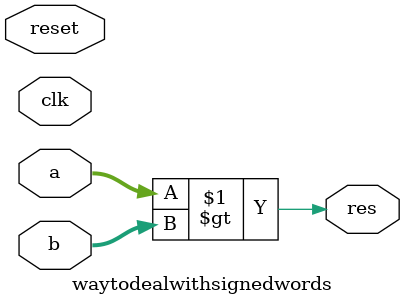
<source format=v>
`timescale 1ns / 1ps
`define WORDSIZE 3
module waytodealwithsignedwords(
    input clk,
    input reset,
    input [3:0] a,
    input [3:0] b,
    output res
    );
	 
	 reg [`WORDSIZE:0]d;
	 
	 assign res = $signed(a) > $signed(b);


endmodule

</source>
